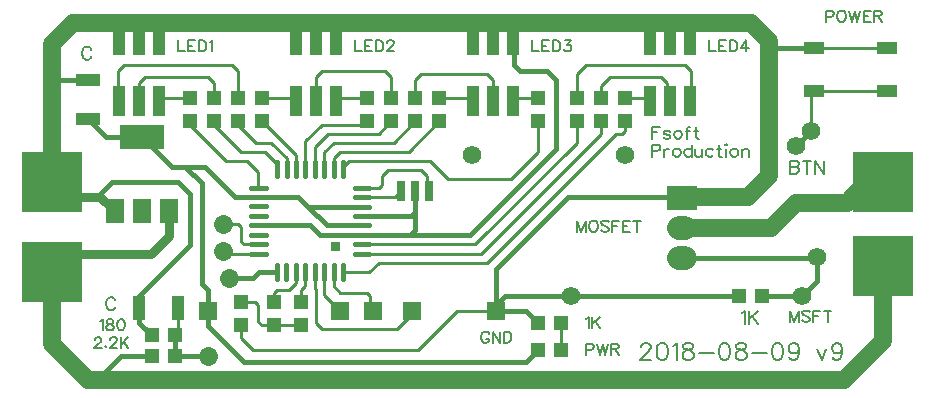
<source format=gtl>
G04 ---------------------------- Layer name :TOP LAYER*
G04 EasyEDA v5.6.15, Thu, 09 Aug 2018 00:10:23 GMT*
G04 1eb12ba90bff44d893ac4b1b4a3eba8c*
G04 Gerber Generator version 0.2*
G04 Scale: 100 percent, Rotated: No, Reflected: No *
G04 Dimensions in millimeters *
G04 leading zeros omitted , absolute positions ,3 integer and 3 decimal *
%FSLAX33Y33*%
%MOMM*%
G90*
G71D02*

%ADD10C,0.254000*%
%ADD11C,0.399999*%
%ADD12C,1.499997*%
%ADD13C,0.799998*%
%ADD14C,0.450012*%
%ADD15C,0.177800*%
%ADD16C,0.203200*%
%ADD17C,0.178003*%
%ADD18C,1.575054*%
%ADD19R,3.799992X1.999996*%
%ADD20R,1.499997X1.999996*%
%ADD21R,0.701040X1.699260*%
%ADD22R,1.799996X1.099998*%
%ADD23R,1.099998X2.499995*%
%ADD24R,1.206500X1.206500*%
%ADD25R,1.206500X1.207008*%
%ADD26R,0.999998X1.999996*%
%ADD27R,1.999996X0.999998*%
%ADD28R,2.499995X1.999996*%
%ADD29R,1.574800X1.574800*%
%ADD30R,1.574800X1.575054*%
%ADD31R,1.999996X1.999996*%
%ADD32C,1.574800*%
%ADD33C,1.999996*%
%ADD34C,1.575003*%

%LPD*%
G54D11*
G01X41148Y7112D02*
G01X43688Y7112D01*
G01X44702Y6097D01*
G54D10*
G01X29768Y17526D02*
G01X31242Y17526D01*
G01X31496Y17780D01*
G01X31496Y18542D01*
G01X32004Y19050D01*
G01X34798Y19050D01*
G01X35306Y18542D01*
G01X35306Y17449D01*
G01X35483Y17272D01*
G01X29768Y16725D02*
G01X32550Y16725D01*
G01X33096Y17272D01*
G54D11*
G01X29768Y15925D02*
G01X25222Y15925D01*
G01X24419Y16731D01*
G01X21031Y16736D01*
G01X29768Y14328D02*
G01X26819Y14328D01*
G01X25222Y15925D01*
G01X21031Y14338D02*
G01X25394Y14339D01*
G01X26200Y13533D01*
G01X29768Y13528D01*
G01X29768Y15125D02*
G01X33921Y15125D01*
G01X34290Y15494D01*
G01X34290Y17272D01*
G01X29768Y13528D02*
G01X33848Y13528D01*
G01X34290Y13970D01*
G01X34290Y15494D01*
G54D10*
G01X74272Y29370D02*
G01X68072Y29370D01*
G54D12*
G01X3556Y10414D02*
G01X3556Y4318D01*
G01X6604Y1270D01*
G01X70612Y1270D01*
G01X73914Y4572D01*
G01X73914Y10922D01*
G01X3556Y17272D02*
G01X3556Y29718D01*
G01X5334Y31496D01*
G01X62738Y31496D01*
G01X64262Y29972D01*
G01X64262Y18542D01*
G01X62484Y16764D01*
G01X57023Y16764D01*
G01X56896Y16637D01*
G54D11*
G01X68072Y29370D02*
G01X64930Y29370D01*
G01X64262Y28702D01*
G54D12*
G01X56896Y14097D02*
G01X64389Y14097D01*
G01X66548Y16256D01*
G01X70866Y16256D01*
G01X73914Y19558D01*
G54D10*
G01X74272Y25669D02*
G01X68072Y25669D01*
G01X68072Y25669D02*
G01X67818Y25669D01*
G01X67818Y22860D01*
G01X68326Y22352D01*
G54D11*
G01X56896Y11557D02*
G01X68199Y11557D01*
G01X68326Y11684D01*
G54D13*
G01X8876Y15543D02*
G01X7620Y16764D01*
G01X4813Y16776D01*
G01X3556Y18034D01*
G54D11*
G01X44704Y3810D02*
G01X43685Y2794D01*
G01X19812Y2794D01*
G01X16764Y5842D01*
G01X16764Y7112D01*
G54D10*
G01X21031Y12738D02*
G01X19773Y12738D01*
G01X19558Y12954D01*
G01X19558Y14224D01*
G01X19304Y14478D01*
G01X18034Y14478D01*
G01X21031Y11938D02*
G01X18796Y11938D01*
G01X18034Y12192D01*
G54D11*
G01X22606Y10414D02*
G01X21082Y10414D01*
G01X20574Y9906D01*
G01X18542Y9906D01*
G54D10*
G01X9182Y29522D02*
G01X9182Y31487D01*
G01X9190Y31496D01*
G01X10881Y29522D02*
G01X10881Y31382D01*
G01X10995Y31496D01*
G01X12666Y31496D02*
G01X12666Y29607D01*
G01X12580Y29522D01*
G01X24180Y29522D02*
G01X24180Y31344D01*
G01X24029Y31496D01*
G01X25833Y31496D02*
G01X25833Y29568D01*
G01X25880Y29522D01*
G01X27581Y29522D02*
G01X27581Y31372D01*
G01X27705Y31496D01*
G01X38734Y31496D02*
G01X39182Y29522D01*
G01X39182Y29522D01*
G01X40881Y29522D02*
G01X40881Y31354D01*
G01X40739Y31496D01*
G01X42611Y31496D02*
G01X42611Y29553D01*
G01X42580Y29522D01*
G01X54180Y29522D02*
G01X54180Y31423D01*
G01X54108Y31496D01*
G01X55979Y31496D02*
G01X55979Y29622D01*
G01X55880Y29522D01*
G01X57581Y29522D02*
G01X57581Y31493D01*
G01X57583Y31496D01*
G54D11*
G01X33053Y13528D02*
G01X38928Y13528D01*
G01X46228Y20828D01*
G01X46228Y26670D01*
G01X45466Y27432D01*
G01X43180Y27432D01*
G01X42697Y27914D01*
G01X42593Y30032D01*
G54D10*
G01X24206Y19126D02*
G01X24206Y20297D01*
G01X21338Y23164D01*
G01X23406Y19126D02*
G01X23406Y20027D01*
G01X22098Y21336D01*
G01X20828Y21336D01*
G01X19306Y22857D01*
G01X19306Y23164D01*
G01X22606Y19126D02*
G01X22606Y19558D01*
G01X21590Y20574D01*
G01X19558Y20574D01*
G01X17274Y22857D01*
G01X17274Y23164D01*
G01X21031Y17536D02*
G01X21031Y18846D01*
G01X20066Y19812D01*
G01X18288Y19812D01*
G01X15242Y22857D01*
G01X15242Y23164D01*
G01X25006Y19126D02*
G01X25006Y21450D01*
G01X26416Y22860D01*
G01X29923Y22860D01*
G01X30228Y23164D01*
G01X25803Y19126D02*
G01X25803Y20977D01*
G01X26924Y22098D01*
G01X31196Y22098D01*
G01X32260Y23162D01*
G01X26603Y19126D02*
G01X26603Y20507D01*
G01X27432Y21336D01*
G01X32463Y21336D01*
G01X34292Y23164D01*
G01X27404Y19126D02*
G01X27404Y20038D01*
G01X27940Y20574D01*
G01X33733Y20574D01*
G01X36324Y23164D01*
G01X15242Y25146D02*
G01X12936Y25146D01*
G01X12621Y24831D01*
G01X21338Y25146D02*
G01X23893Y25146D01*
G01X24208Y24831D01*
G01X30228Y25146D02*
G01X27924Y25146D01*
G01X27609Y24831D01*
G01X36324Y25146D02*
G01X38879Y25146D01*
G01X39194Y24831D01*
G01X44706Y25146D02*
G01X42908Y25146D01*
G01X42593Y24831D01*
G01X52072Y25146D02*
G01X53865Y25146D01*
G01X54180Y24831D01*
G01X50040Y25146D02*
G01X50040Y26164D01*
G01X50800Y26924D01*
G01X55118Y26924D01*
G01X55626Y26416D01*
G01X55626Y25085D01*
G01X55880Y24831D01*
G01X48008Y25146D02*
G01X48008Y27180D01*
G01X48768Y27940D01*
G01X57150Y27940D01*
G01X57658Y27432D01*
G01X57658Y24907D01*
G01X57581Y24831D01*
G01X29768Y12727D02*
G01X39397Y12727D01*
G01X48006Y21336D01*
G01X48006Y23162D01*
G01X48008Y23164D01*
G01X29768Y11927D02*
G01X39867Y11927D01*
G01X50038Y22098D01*
G01X50038Y23162D01*
G01X50040Y23164D01*
G01X28194Y10363D02*
G01X30429Y10363D01*
G01X31242Y11176D01*
G01X40386Y11176D01*
G01X51308Y22098D01*
G01X51816Y22098D01*
G01X52070Y22352D01*
G01X52070Y23162D01*
G01X52072Y23164D01*
G01X28204Y19126D02*
G01X28204Y19314D01*
G01X28702Y19812D01*
G01X35560Y19812D01*
G01X37084Y18288D01*
G01X42418Y18288D01*
G01X44704Y20574D01*
G01X44706Y23164D01*
G01X34292Y25146D02*
G01X34290Y26670D01*
G01X34798Y27178D01*
G01X40386Y27178D01*
G01X40894Y26670D01*
G01X40894Y24831D01*
G01X32260Y25143D02*
G01X32258Y26924D01*
G01X31750Y27432D01*
G01X26416Y27432D01*
G01X25908Y26924D01*
G01X25908Y24831D01*
G01X10922Y24831D02*
G01X10922Y26416D01*
G01X11430Y26924D01*
G01X16764Y26924D01*
G01X17272Y26416D01*
G01X17272Y25148D01*
G01X17274Y25146D01*
G01X19306Y25146D02*
G01X19306Y27429D01*
G01X18796Y27940D01*
G01X9652Y27940D01*
G01X9144Y27432D01*
G01X9144Y24909D01*
G01X9222Y24831D01*
G54D11*
G01X41148Y7112D02*
G01X41148Y10668D01*
G01X47244Y16764D01*
G01X56769Y16764D01*
G01X56896Y16637D01*
G01X41148Y7112D02*
G01X40640Y7112D01*
G01X41908Y8380D01*
G01X61723Y8380D01*
G54D10*
G01X27393Y10363D02*
G01X27393Y9182D01*
G01X27940Y8636D01*
G01X30226Y8636D01*
G01X30480Y8382D01*
G01X30480Y7112D01*
G01X26593Y10363D02*
G01X26593Y8458D01*
G01X27940Y7112D01*
G01X25793Y10363D02*
G01X25793Y9029D01*
G01X25908Y8890D01*
G01X25908Y6096D01*
G01X26416Y5588D01*
G01X32766Y5588D01*
G01X34290Y7112D01*
G01X24638Y7874D02*
G01X24638Y8890D01*
G01X24991Y9230D01*
G01X24996Y10363D01*
G01X22352Y7874D02*
G01X22352Y8636D01*
G01X22606Y8890D01*
G01X23622Y8890D01*
G01X24185Y9451D01*
G01X24196Y10363D01*
G54D11*
G01X68326Y22352D02*
G01X67818Y22352D01*
G01X66548Y21082D01*
G01X63704Y8380D02*
G01X67054Y8380D01*
G01X67056Y8382D01*
G01X16764Y3302D02*
G01X13972Y3302D01*
G01X13972Y3553D01*
G01X13970Y3556D02*
G01X13971Y5078D01*
G01X13971Y5078D01*
G01X11990Y3300D02*
G01X11991Y3302D01*
G01X9398Y3302D01*
G01X7620Y1524D01*
G01X11990Y5078D02*
G01X10922Y6096D01*
G01X10922Y8382D01*
G54D13*
G01X5080Y11938D02*
G01X11938Y11938D01*
G01X13462Y13462D01*
G01X13462Y14478D01*
G01X13474Y15544D01*
G54D11*
G01X21031Y16736D02*
G01X19077Y16736D01*
G01X16510Y19304D01*
G01X13716Y19304D01*
G01X11176Y21844D01*
G01X10922Y8382D02*
G01X15240Y12700D01*
G01X15240Y17018D01*
G01X14224Y18034D01*
G01X8636Y18034D01*
G01X7366Y16764D01*
G01X17272Y7112D02*
G01X16764Y7112D01*
G01X16764Y8890D01*
G01X16256Y9398D01*
G01X16256Y17879D01*
G01X14831Y19304D01*
G54D10*
G01X41148Y7112D02*
G01X37846Y7112D01*
G01X34544Y3810D01*
G01X26924Y3810D01*
G01X20574Y3810D01*
G01X19558Y4826D01*
G01X19558Y5895D01*
G01X22354Y5892D02*
G01X21313Y5862D01*
G01X21000Y6177D01*
G01X21000Y7617D01*
G01X20744Y7874D01*
G01X19560Y7874D01*
G54D11*
G01X6604Y26670D02*
G01X3661Y26670D01*
G01X3556Y26775D01*
G01X11176Y21844D02*
G01X8128Y21844D01*
G01X6604Y23368D01*
G01X68326Y11684D02*
G01X68326Y9652D01*
G01X67056Y8382D01*
G54D10*
G01X22353Y5894D02*
G01X24639Y5894D01*
G01X14224Y7366D02*
G01X14224Y5331D01*
G01X13971Y5078D01*
G01X46683Y6097D02*
G01X46683Y3811D01*
G54D14*
G01X28194Y9763D02*
G01X28194Y10963D01*
G01X27393Y9763D02*
G01X27393Y10963D01*
G01X26593Y9763D02*
G01X26593Y10963D01*
G01X25793Y9763D02*
G01X25793Y10963D01*
G01X24996Y9763D02*
G01X24996Y10963D01*
G01X24196Y9763D02*
G01X24196Y10963D01*
G01X23395Y9763D02*
G01X23395Y10963D01*
G01X22595Y9763D02*
G01X22595Y10963D01*
G01X21631Y11938D02*
G01X20431Y11938D01*
G01X21631Y12738D02*
G01X20431Y12738D01*
G01X21631Y13538D02*
G01X20431Y13538D01*
G01X21631Y14338D02*
G01X20431Y14338D01*
G01X21631Y15135D02*
G01X20431Y15135D01*
G01X21631Y15935D02*
G01X20431Y15935D01*
G01X21631Y16736D02*
G01X20431Y16736D01*
G01X21631Y17536D02*
G01X20431Y17536D01*
G01X22606Y18526D02*
G01X22606Y19726D01*
G01X23406Y18526D02*
G01X23406Y19726D01*
G01X24206Y18526D02*
G01X24206Y19726D01*
G01X25006Y18526D02*
G01X25006Y19726D01*
G01X25803Y18526D02*
G01X25803Y19726D01*
G01X26603Y18526D02*
G01X26603Y19726D01*
G01X27404Y18526D02*
G01X27404Y19726D01*
G01X28204Y18526D02*
G01X28204Y19726D01*
G01X30368Y17526D02*
G01X29168Y17526D01*
G01X30368Y16725D02*
G01X29168Y16725D01*
G01X30368Y15925D02*
G01X29168Y15925D01*
G01X30368Y15125D02*
G01X29168Y15125D01*
G01X30368Y14328D02*
G01X29168Y14328D01*
G01X30368Y13528D02*
G01X29168Y13528D01*
G01X30368Y12727D02*
G01X29168Y12727D01*
G01X30368Y11927D02*
G01X29168Y11927D01*
G54D15*
G01X69088Y32512D02*
G01X69088Y31556D01*
G01X69088Y32512D02*
G01X69496Y32512D01*
G01X69634Y32466D01*
G01X69679Y32420D01*
G01X69725Y32329D01*
G01X69725Y32191D01*
G01X69679Y32103D01*
G01X69634Y32057D01*
G01X69496Y32011D01*
G01X69088Y32011D01*
G01X70297Y32512D02*
G01X70205Y32466D01*
G01X70114Y32374D01*
G01X70070Y32283D01*
G01X70025Y32148D01*
G01X70025Y31920D01*
G01X70070Y31783D01*
G01X70114Y31694D01*
G01X70205Y31602D01*
G01X70297Y31556D01*
G01X70479Y31556D01*
G01X70568Y31602D01*
G01X70660Y31694D01*
G01X70705Y31783D01*
G01X70751Y31920D01*
G01X70751Y32148D01*
G01X70705Y32283D01*
G01X70660Y32374D01*
G01X70568Y32466D01*
G01X70479Y32512D01*
G01X70297Y32512D01*
G01X71051Y32512D02*
G01X71280Y31556D01*
G01X71506Y32512D02*
G01X71280Y31556D01*
G01X71506Y32512D02*
G01X71734Y31556D01*
G01X71960Y32512D02*
G01X71734Y31556D01*
G01X72260Y32512D02*
G01X72260Y31556D01*
G01X72260Y32512D02*
G01X72852Y32512D01*
G01X72260Y32057D02*
G01X72623Y32057D01*
G01X72260Y31556D02*
G01X72852Y31556D01*
G01X73152Y32512D02*
G01X73152Y31556D01*
G01X73152Y32512D02*
G01X73560Y32512D01*
G01X73698Y32466D01*
G01X73741Y32420D01*
G01X73787Y32329D01*
G01X73787Y32237D01*
G01X73741Y32148D01*
G01X73698Y32103D01*
G01X73560Y32057D01*
G01X73152Y32057D01*
G01X73469Y32057D02*
G01X73787Y31556D01*
G54D16*
G01X53408Y4033D02*
G01X53408Y4102D01*
G01X53477Y4236D01*
G01X53545Y4305D01*
G01X53680Y4373D01*
G01X53954Y4373D01*
G01X54089Y4305D01*
G01X54157Y4236D01*
G01X54226Y4102D01*
G01X54226Y3964D01*
G01X54157Y3827D01*
G01X54020Y3624D01*
G01X53340Y2941D01*
G01X54295Y2941D01*
G01X55153Y4373D02*
G01X54947Y4305D01*
G01X54813Y4102D01*
G01X54744Y3761D01*
G01X54744Y3556D01*
G01X54813Y3215D01*
G01X54947Y3009D01*
G01X55153Y2941D01*
G01X55290Y2941D01*
G01X55493Y3009D01*
G01X55631Y3215D01*
G01X55699Y3556D01*
G01X55699Y3761D01*
G01X55631Y4102D01*
G01X55493Y4305D01*
G01X55290Y4373D01*
G01X55153Y4373D01*
G01X56149Y4102D02*
G01X56286Y4170D01*
G01X56489Y4373D01*
G01X56489Y2941D01*
G01X57282Y4373D02*
G01X57076Y4305D01*
G01X57007Y4170D01*
G01X57007Y4033D01*
G01X57076Y3896D01*
G01X57213Y3827D01*
G01X57485Y3761D01*
G01X57691Y3693D01*
G01X57825Y3556D01*
G01X57894Y3418D01*
G01X57894Y3215D01*
G01X57825Y3078D01*
G01X57757Y3009D01*
G01X57553Y2941D01*
G01X57282Y2941D01*
G01X57076Y3009D01*
G01X57007Y3078D01*
G01X56939Y3215D01*
G01X56939Y3418D01*
G01X57007Y3556D01*
G01X57144Y3693D01*
G01X57348Y3761D01*
G01X57622Y3827D01*
G01X57757Y3896D01*
G01X57825Y4033D01*
G01X57825Y4170D01*
G01X57757Y4305D01*
G01X57553Y4373D01*
G01X57282Y4373D01*
G01X58343Y3556D02*
G01X59570Y3556D01*
G01X60431Y4373D02*
G01X60225Y4305D01*
G01X60088Y4102D01*
G01X60022Y3761D01*
G01X60022Y3556D01*
G01X60088Y3215D01*
G01X60225Y3009D01*
G01X60431Y2941D01*
G01X60566Y2941D01*
G01X60772Y3009D01*
G01X60909Y3215D01*
G01X60975Y3556D01*
G01X60975Y3761D01*
G01X60909Y4102D01*
G01X60772Y4305D01*
G01X60566Y4373D01*
G01X60431Y4373D01*
G01X61767Y4373D02*
G01X61561Y4305D01*
G01X61493Y4170D01*
G01X61493Y4033D01*
G01X61561Y3896D01*
G01X61699Y3827D01*
G01X61970Y3761D01*
G01X62176Y3693D01*
G01X62313Y3556D01*
G01X62379Y3418D01*
G01X62379Y3215D01*
G01X62313Y3078D01*
G01X62245Y3009D01*
G01X62039Y2941D01*
G01X61767Y2941D01*
G01X61561Y3009D01*
G01X61493Y3078D01*
G01X61427Y3215D01*
G01X61427Y3418D01*
G01X61493Y3556D01*
G01X61630Y3693D01*
G01X61836Y3761D01*
G01X62108Y3827D01*
G01X62245Y3896D01*
G01X62313Y4033D01*
G01X62313Y4170D01*
G01X62245Y4305D01*
G01X62039Y4373D01*
G01X61767Y4373D01*
G01X62831Y3556D02*
G01X64058Y3556D01*
G01X64917Y4373D02*
G01X64711Y4305D01*
G01X64576Y4102D01*
G01X64508Y3761D01*
G01X64508Y3556D01*
G01X64576Y3215D01*
G01X64711Y3009D01*
G01X64917Y2941D01*
G01X65054Y2941D01*
G01X65257Y3009D01*
G01X65394Y3215D01*
G01X65463Y3556D01*
G01X65463Y3761D01*
G01X65394Y4102D01*
G01X65257Y4305D01*
G01X65054Y4373D01*
G01X64917Y4373D01*
G01X66799Y3896D02*
G01X66730Y3693D01*
G01X66593Y3556D01*
G01X66390Y3487D01*
G01X66321Y3487D01*
G01X66116Y3556D01*
G01X65981Y3693D01*
G01X65913Y3896D01*
G01X65913Y3964D01*
G01X65981Y4170D01*
G01X66116Y4305D01*
G01X66321Y4373D01*
G01X66390Y4373D01*
G01X66593Y4305D01*
G01X66730Y4170D01*
G01X66799Y3896D01*
G01X66799Y3556D01*
G01X66730Y3215D01*
G01X66593Y3009D01*
G01X66390Y2941D01*
G01X66253Y2941D01*
G01X66050Y3009D01*
G01X65981Y3147D01*
G01X68298Y3896D02*
G01X68707Y2941D01*
G01X69118Y3896D02*
G01X68707Y2941D01*
G01X70454Y3896D02*
G01X70385Y3693D01*
G01X70248Y3556D01*
G01X70045Y3487D01*
G01X69977Y3487D01*
G01X69771Y3556D01*
G01X69636Y3693D01*
G01X69568Y3896D01*
G01X69568Y3964D01*
G01X69636Y4170D01*
G01X69771Y4305D01*
G01X69977Y4373D01*
G01X70045Y4373D01*
G01X70248Y4305D01*
G01X70385Y4170D01*
G01X70454Y3896D01*
G01X70454Y3556D01*
G01X70385Y3215D01*
G01X70248Y3009D01*
G01X70045Y2941D01*
G01X69908Y2941D01*
G01X69702Y3009D01*
G01X69636Y3147D01*
G54D15*
G01X66040Y7112D02*
G01X66040Y6156D01*
G01X66040Y7112D02*
G01X66403Y6156D01*
G01X66766Y7112D02*
G01X66403Y6156D01*
G01X66766Y7112D02*
G01X66766Y6156D01*
G01X67703Y6974D02*
G01X67612Y7066D01*
G01X67475Y7112D01*
G01X67294Y7112D01*
G01X67157Y7066D01*
G01X67066Y6974D01*
G01X67066Y6883D01*
G01X67111Y6791D01*
G01X67157Y6748D01*
G01X67249Y6703D01*
G01X67520Y6611D01*
G01X67612Y6565D01*
G01X67657Y6520D01*
G01X67703Y6428D01*
G01X67703Y6294D01*
G01X67612Y6202D01*
G01X67475Y6156D01*
G01X67294Y6156D01*
G01X67157Y6202D01*
G01X67066Y6294D01*
G01X68003Y7112D02*
G01X68003Y6156D01*
G01X68003Y7112D02*
G01X68595Y7112D01*
G01X68003Y6657D02*
G01X68366Y6657D01*
G01X69212Y7112D02*
G01X69212Y6156D01*
G01X68894Y7112D02*
G01X69529Y7112D01*
G01X66040Y19812D02*
G01X66040Y18722D01*
G01X66040Y19812D02*
G01X66507Y19812D01*
G01X66662Y19761D01*
G01X66715Y19710D01*
G01X66766Y19606D01*
G01X66766Y19502D01*
G01X66715Y19397D01*
G01X66662Y19344D01*
G01X66507Y19293D01*
G01X66040Y19293D02*
G01X66507Y19293D01*
G01X66662Y19240D01*
G01X66715Y19189D01*
G01X66766Y19085D01*
G01X66766Y18930D01*
G01X66715Y18826D01*
G01X66662Y18773D01*
G01X66507Y18722D01*
G01X66040Y18722D01*
G01X67475Y19812D02*
G01X67475Y18722D01*
G01X67109Y19812D02*
G01X67838Y19812D01*
G01X68181Y19812D02*
G01X68181Y18722D01*
G01X68181Y19812D02*
G01X68907Y18722D01*
G01X68907Y19812D02*
G01X68907Y18722D01*
G54D17*
G01X54356Y22697D02*
G01X54356Y21648D01*
G01X54356Y22697D02*
G01X55006Y22697D01*
G01X54356Y22197D02*
G01X54754Y22197D01*
G01X55885Y22197D02*
G01X55836Y22298D01*
G01X55686Y22346D01*
G01X55537Y22346D01*
G01X55387Y22298D01*
G01X55336Y22197D01*
G01X55387Y22097D01*
G01X55486Y22047D01*
G01X55735Y21998D01*
G01X55836Y21948D01*
G01X55885Y21849D01*
G01X55885Y21798D01*
G01X55836Y21699D01*
G01X55686Y21648D01*
G01X55537Y21648D01*
G01X55387Y21699D01*
G01X55336Y21798D01*
G01X56466Y22346D02*
G01X56365Y22298D01*
G01X56266Y22197D01*
G01X56215Y22047D01*
G01X56215Y21948D01*
G01X56266Y21798D01*
G01X56365Y21699D01*
G01X56466Y21648D01*
G01X56616Y21648D01*
G01X56715Y21699D01*
G01X56817Y21798D01*
G01X56865Y21948D01*
G01X56865Y22047D01*
G01X56817Y22197D01*
G01X56715Y22298D01*
G01X56616Y22346D01*
G01X56466Y22346D01*
G01X57597Y22697D02*
G01X57495Y22697D01*
G01X57396Y22649D01*
G01X57345Y22496D01*
G01X57345Y21648D01*
G01X57195Y22346D02*
G01X57546Y22346D01*
G01X58077Y22697D02*
G01X58077Y21849D01*
G01X58125Y21699D01*
G01X58226Y21648D01*
G01X58326Y21648D01*
G01X57927Y22346D02*
G01X58275Y22346D01*
G54D15*
G01X40558Y5105D02*
G01X40515Y5196D01*
G01X40424Y5288D01*
G01X40332Y5334D01*
G01X40149Y5334D01*
G01X40060Y5288D01*
G01X39969Y5196D01*
G01X39923Y5105D01*
G01X39878Y4970D01*
G01X39878Y4742D01*
G01X39923Y4605D01*
G01X39969Y4516D01*
G01X40060Y4424D01*
G01X40149Y4378D01*
G01X40332Y4378D01*
G01X40424Y4424D01*
G01X40515Y4516D01*
G01X40558Y4605D01*
G01X40558Y4742D01*
G01X40332Y4742D02*
G01X40558Y4742D01*
G01X40860Y5334D02*
G01X40860Y4378D01*
G01X40860Y5334D02*
G01X41495Y4378D01*
G01X41495Y5334D02*
G01X41495Y4378D01*
G01X41795Y5334D02*
G01X41795Y4378D01*
G01X41795Y5334D02*
G01X42113Y5334D01*
G01X42250Y5288D01*
G01X42341Y5196D01*
G01X42387Y5105D01*
G01X42433Y4970D01*
G01X42433Y4742D01*
G01X42387Y4605D01*
G01X42341Y4516D01*
G01X42250Y4424D01*
G01X42113Y4378D01*
G01X41795Y4378D01*
G01X14224Y30010D02*
G01X14224Y29055D01*
G01X14224Y29055D02*
G01X14770Y29055D01*
G01X15069Y30010D02*
G01X15069Y29055D01*
G01X15069Y30010D02*
G01X15659Y30010D01*
G01X15069Y29555D02*
G01X15433Y29555D01*
G01X15069Y29055D02*
G01X15659Y29055D01*
G01X15961Y30010D02*
G01X15961Y29055D01*
G01X15961Y30010D02*
G01X16278Y30010D01*
G01X16416Y29964D01*
G01X16504Y29872D01*
G01X16550Y29781D01*
G01X16596Y29646D01*
G01X16596Y29418D01*
G01X16550Y29281D01*
G01X16504Y29192D01*
G01X16416Y29100D01*
G01X16278Y29055D01*
G01X15961Y29055D01*
G01X16896Y29827D02*
G01X16987Y29872D01*
G01X17124Y30010D01*
G01X17124Y29055D01*
G01X29210Y30010D02*
G01X29210Y29055D01*
G01X29210Y29055D02*
G01X29756Y29055D01*
G01X30055Y30010D02*
G01X30055Y29055D01*
G01X30055Y30010D02*
G01X30645Y30010D01*
G01X30055Y29555D02*
G01X30419Y29555D01*
G01X30055Y29055D02*
G01X30645Y29055D01*
G01X30947Y30010D02*
G01X30947Y29055D01*
G01X30947Y30010D02*
G01X31264Y30010D01*
G01X31402Y29964D01*
G01X31490Y29872D01*
G01X31536Y29781D01*
G01X31582Y29646D01*
G01X31582Y29418D01*
G01X31536Y29281D01*
G01X31490Y29192D01*
G01X31402Y29100D01*
G01X31264Y29055D01*
G01X30947Y29055D01*
G01X31927Y29781D02*
G01X31927Y29827D01*
G01X31973Y29918D01*
G01X32019Y29964D01*
G01X32110Y30010D01*
G01X32291Y30010D01*
G01X32382Y29964D01*
G01X32428Y29918D01*
G01X32473Y29827D01*
G01X32473Y29735D01*
G01X32428Y29646D01*
G01X32336Y29509D01*
G01X31882Y29055D01*
G01X32519Y29055D01*
G01X44196Y30010D02*
G01X44196Y29055D01*
G01X44196Y29055D02*
G01X44742Y29055D01*
G01X45041Y30010D02*
G01X45041Y29055D01*
G01X45041Y30010D02*
G01X45631Y30010D01*
G01X45041Y29555D02*
G01X45405Y29555D01*
G01X45041Y29055D02*
G01X45631Y29055D01*
G01X45933Y30010D02*
G01X45933Y29055D01*
G01X45933Y30010D02*
G01X46250Y30010D01*
G01X46388Y29964D01*
G01X46476Y29872D01*
G01X46522Y29781D01*
G01X46568Y29646D01*
G01X46568Y29418D01*
G01X46522Y29281D01*
G01X46476Y29192D01*
G01X46388Y29100D01*
G01X46250Y29055D01*
G01X45933Y29055D01*
G01X46959Y30010D02*
G01X47459Y30010D01*
G01X47188Y29646D01*
G01X47322Y29646D01*
G01X47414Y29601D01*
G01X47459Y29555D01*
G01X47505Y29418D01*
G01X47505Y29326D01*
G01X47459Y29192D01*
G01X47368Y29100D01*
G01X47231Y29055D01*
G01X47096Y29055D01*
G01X46959Y29100D01*
G01X46913Y29146D01*
G01X46868Y29237D01*
G01X59182Y30010D02*
G01X59182Y29055D01*
G01X59182Y29055D02*
G01X59728Y29055D01*
G01X60027Y30010D02*
G01X60027Y29055D01*
G01X60027Y30010D02*
G01X60617Y30010D01*
G01X60027Y29555D02*
G01X60391Y29555D01*
G01X60027Y29055D02*
G01X60617Y29055D01*
G01X60919Y30010D02*
G01X60919Y29055D01*
G01X60919Y30010D02*
G01X61236Y30010D01*
G01X61374Y29964D01*
G01X61462Y29872D01*
G01X61508Y29781D01*
G01X61554Y29646D01*
G01X61554Y29418D01*
G01X61508Y29281D01*
G01X61462Y29192D01*
G01X61374Y29100D01*
G01X61236Y29055D01*
G01X60919Y29055D01*
G01X62308Y30010D02*
G01X61854Y29372D01*
G01X62537Y29372D01*
G01X62308Y30010D02*
G01X62308Y29055D01*
G01X7620Y6205D02*
G01X7711Y6250D01*
G01X7846Y6388D01*
G01X7846Y5433D01*
G01X8374Y6388D02*
G01X8237Y6342D01*
G01X8191Y6250D01*
G01X8191Y6159D01*
G01X8237Y6068D01*
G01X8328Y6024D01*
G01X8511Y5979D01*
G01X8646Y5933D01*
G01X8737Y5842D01*
G01X8783Y5750D01*
G01X8783Y5615D01*
G01X8737Y5524D01*
G01X8691Y5478D01*
G01X8557Y5433D01*
G01X8374Y5433D01*
G01X8237Y5478D01*
G01X8191Y5524D01*
G01X8148Y5615D01*
G01X8148Y5750D01*
G01X8191Y5842D01*
G01X8282Y5933D01*
G01X8420Y5979D01*
G01X8602Y6024D01*
G01X8691Y6068D01*
G01X8737Y6159D01*
G01X8737Y6250D01*
G01X8691Y6342D01*
G01X8557Y6388D01*
G01X8374Y6388D01*
G01X9357Y6388D02*
G01X9220Y6342D01*
G01X9128Y6205D01*
G01X9083Y5979D01*
G01X9083Y5842D01*
G01X9128Y5615D01*
G01X9220Y5478D01*
G01X9357Y5433D01*
G01X9446Y5433D01*
G01X9583Y5478D01*
G01X9674Y5615D01*
G01X9720Y5842D01*
G01X9720Y5979D01*
G01X9674Y6205D01*
G01X9583Y6342D01*
G01X9446Y6388D01*
G01X9357Y6388D01*
G01X7157Y4635D02*
G01X7157Y4681D01*
G01X7203Y4772D01*
G01X7249Y4818D01*
G01X7338Y4864D01*
G01X7520Y4864D01*
G01X7612Y4818D01*
G01X7658Y4772D01*
G01X7703Y4681D01*
G01X7703Y4589D01*
G01X7658Y4500D01*
G01X7566Y4363D01*
G01X7112Y3909D01*
G01X7749Y3909D01*
G01X8094Y4135D02*
G01X8049Y4091D01*
G01X8094Y4046D01*
G01X8138Y4091D01*
G01X8094Y4135D01*
G01X8483Y4635D02*
G01X8483Y4681D01*
G01X8529Y4772D01*
G01X8575Y4818D01*
G01X8666Y4864D01*
G01X8849Y4864D01*
G01X8938Y4818D01*
G01X8983Y4772D01*
G01X9029Y4681D01*
G01X9029Y4589D01*
G01X8983Y4500D01*
G01X8895Y4363D01*
G01X8440Y3909D01*
G01X9075Y3909D01*
G01X9375Y4864D02*
G01X9375Y3909D01*
G01X10012Y4864D02*
G01X9375Y4226D01*
G01X9603Y4455D02*
G01X10012Y3909D01*
G54D17*
G01X48006Y14732D02*
G01X48006Y13776D01*
G01X48006Y14732D02*
G01X48369Y13776D01*
G01X48732Y14732D02*
G01X48369Y13776D01*
G01X48732Y14732D02*
G01X48732Y13776D01*
G01X49306Y14732D02*
G01X49215Y14686D01*
G01X49123Y14594D01*
G01X49077Y14503D01*
G01X49032Y14368D01*
G01X49032Y14140D01*
G01X49077Y14003D01*
G01X49123Y13914D01*
G01X49215Y13822D01*
G01X49306Y13776D01*
G01X49486Y13776D01*
G01X49578Y13822D01*
G01X49669Y13914D01*
G01X49715Y14003D01*
G01X49761Y14140D01*
G01X49761Y14368D01*
G01X49715Y14503D01*
G01X49669Y14594D01*
G01X49578Y14686D01*
G01X49486Y14732D01*
G01X49306Y14732D01*
G01X50695Y14594D02*
G01X50606Y14686D01*
G01X50469Y14732D01*
G01X50286Y14732D01*
G01X50152Y14686D01*
G01X50060Y14594D01*
G01X50060Y14503D01*
G01X50106Y14411D01*
G01X50152Y14368D01*
G01X50241Y14323D01*
G01X50515Y14231D01*
G01X50606Y14185D01*
G01X50652Y14140D01*
G01X50695Y14048D01*
G01X50695Y13914D01*
G01X50606Y13822D01*
G01X50469Y13776D01*
G01X50286Y13776D01*
G01X50152Y13822D01*
G01X50060Y13914D01*
G01X50998Y14732D02*
G01X50998Y13776D01*
G01X50998Y14732D02*
G01X51587Y14732D01*
G01X50998Y14277D02*
G01X51361Y14277D01*
G01X51887Y14732D02*
G01X51887Y13776D01*
G01X51887Y14732D02*
G01X52478Y14732D01*
G01X51887Y14277D02*
G01X52250Y14277D01*
G01X51887Y13776D02*
G01X52478Y13776D01*
G01X53096Y14732D02*
G01X53096Y13776D01*
G01X52778Y14732D02*
G01X53416Y14732D01*
G54D15*
G01X48768Y4318D02*
G01X48768Y3362D01*
G01X48768Y4318D02*
G01X49176Y4318D01*
G01X49314Y4272D01*
G01X49359Y4226D01*
G01X49405Y4135D01*
G01X49405Y3997D01*
G01X49359Y3909D01*
G01X49314Y3863D01*
G01X49176Y3817D01*
G01X48768Y3817D01*
G01X49705Y4318D02*
G01X49931Y3362D01*
G01X50159Y4318D02*
G01X49931Y3362D01*
G01X50159Y4318D02*
G01X50385Y3362D01*
G01X50614Y4318D02*
G01X50385Y3362D01*
G01X50914Y4318D02*
G01X50914Y3362D01*
G01X50914Y4318D02*
G01X51323Y4318D01*
G01X51457Y4272D01*
G01X51503Y4226D01*
G01X51549Y4135D01*
G01X51549Y4043D01*
G01X51503Y3954D01*
G01X51457Y3909D01*
G01X51323Y3863D01*
G01X50914Y3863D01*
G01X51231Y3863D02*
G01X51549Y3362D01*
G01X48768Y6421D02*
G01X48859Y6466D01*
G01X48994Y6604D01*
G01X48994Y5648D01*
G01X49296Y6604D02*
G01X49296Y5648D01*
G01X49931Y6604D02*
G01X49296Y5966D01*
G01X49522Y6195D02*
G01X49931Y5648D01*
G54D17*
G01X54356Y21173D02*
G01X54356Y20124D01*
G01X54356Y21173D02*
G01X54805Y21173D01*
G01X54955Y21125D01*
G01X55006Y21074D01*
G01X55057Y20972D01*
G01X55057Y20822D01*
G01X55006Y20723D01*
G01X54955Y20673D01*
G01X54805Y20624D01*
G01X54356Y20624D01*
G01X55387Y20822D02*
G01X55387Y20124D01*
G01X55387Y20523D02*
G01X55435Y20673D01*
G01X55537Y20774D01*
G01X55636Y20822D01*
G01X55786Y20822D01*
G01X56365Y20822D02*
G01X56266Y20774D01*
G01X56167Y20673D01*
G01X56116Y20523D01*
G01X56116Y20424D01*
G01X56167Y20274D01*
G01X56266Y20175D01*
G01X56365Y20124D01*
G01X56515Y20124D01*
G01X56616Y20175D01*
G01X56715Y20274D01*
G01X56766Y20424D01*
G01X56766Y20523D01*
G01X56715Y20673D01*
G01X56616Y20774D01*
G01X56515Y20822D01*
G01X56365Y20822D01*
G01X57696Y21173D02*
G01X57696Y20124D01*
G01X57696Y20673D02*
G01X57597Y20774D01*
G01X57495Y20822D01*
G01X57345Y20822D01*
G01X57246Y20774D01*
G01X57144Y20673D01*
G01X57096Y20523D01*
G01X57096Y20424D01*
G01X57144Y20274D01*
G01X57246Y20175D01*
G01X57345Y20124D01*
G01X57495Y20124D01*
G01X57597Y20175D01*
G01X57696Y20274D01*
G01X58026Y20822D02*
G01X58026Y20325D01*
G01X58077Y20175D01*
G01X58176Y20124D01*
G01X58326Y20124D01*
G01X58425Y20175D01*
G01X58574Y20325D01*
G01X58574Y20822D02*
G01X58574Y20124D01*
G01X59507Y20673D02*
G01X59405Y20774D01*
G01X59306Y20822D01*
G01X59156Y20822D01*
G01X59055Y20774D01*
G01X58955Y20673D01*
G01X58905Y20523D01*
G01X58905Y20424D01*
G01X58955Y20274D01*
G01X59055Y20175D01*
G01X59156Y20124D01*
G01X59306Y20124D01*
G01X59405Y20175D01*
G01X59507Y20274D01*
G01X59987Y21173D02*
G01X59987Y20325D01*
G01X60035Y20175D01*
G01X60137Y20124D01*
G01X60236Y20124D01*
G01X59834Y20822D02*
G01X60185Y20822D01*
G01X60566Y21173D02*
G01X60617Y21125D01*
G01X60665Y21173D01*
G01X60617Y21224D01*
G01X60566Y21173D01*
G01X60617Y20822D02*
G01X60617Y20124D01*
G01X61247Y20822D02*
G01X61145Y20774D01*
G01X61046Y20673D01*
G01X60995Y20523D01*
G01X60995Y20424D01*
G01X61046Y20274D01*
G01X61145Y20175D01*
G01X61247Y20124D01*
G01X61396Y20124D01*
G01X61495Y20175D01*
G01X61595Y20274D01*
G01X61645Y20424D01*
G01X61645Y20523D01*
G01X61595Y20673D01*
G01X61495Y20774D01*
G01X61396Y20822D01*
G01X61247Y20822D01*
G01X61976Y20822D02*
G01X61976Y20124D01*
G01X61976Y20624D02*
G01X62125Y20774D01*
G01X62224Y20822D01*
G01X62374Y20822D01*
G01X62476Y20774D01*
G01X62527Y20624D01*
G01X62527Y20124D01*
G54D15*
G01X61976Y6906D02*
G01X62080Y6957D01*
G01X62235Y7112D01*
G01X62235Y6022D01*
G01X62577Y7112D02*
G01X62577Y6022D01*
G01X63306Y7112D02*
G01X62577Y6385D01*
G01X62839Y6644D02*
G01X63306Y6022D01*
G01X8907Y7983D02*
G01X8854Y8087D01*
G01X8752Y8191D01*
G01X8648Y8242D01*
G01X8440Y8242D01*
G01X8336Y8191D01*
G01X8231Y8087D01*
G01X8181Y7983D01*
G01X8127Y7828D01*
G01X8127Y7569D01*
G01X8181Y7411D01*
G01X8231Y7307D01*
G01X8336Y7203D01*
G01X8440Y7152D01*
G01X8648Y7152D01*
G01X8752Y7203D01*
G01X8854Y7307D01*
G01X8907Y7411D01*
G54D16*
G01X6875Y29204D02*
G01X6822Y29309D01*
G01X6718Y29413D01*
G01X6616Y29464D01*
G01X6408Y29464D01*
G01X6304Y29413D01*
G01X6200Y29309D01*
G01X6146Y29204D01*
G01X6096Y29049D01*
G01X6096Y28790D01*
G01X6146Y28633D01*
G01X6200Y28529D01*
G01X6304Y28425D01*
G01X6408Y28374D01*
G01X6616Y28374D01*
G01X6718Y28425D01*
G01X6822Y28529D01*
G01X6875Y28633D01*
G54D18*
G01X67056Y8382D03*
G01X66548Y21082D03*
G01X47498Y8382D03*
G54D19*
G01X11176Y21844D03*
G54D20*
G01X11176Y15543D03*
G01X13475Y15543D03*
G01X8876Y15543D03*
G54D21*
G01X33096Y17270D03*
G01X34290Y17270D03*
G01X35483Y17270D03*
G54D22*
G01X68070Y29371D03*
G01X68070Y25670D03*
G01X74270Y29371D03*
G01X74270Y25670D03*
G54D23*
G01X57580Y30031D03*
G01X55878Y30031D03*
G01X54179Y30031D03*
G01X57580Y24831D03*
G01X55880Y24831D03*
G01X54179Y24831D03*
G01X42594Y30031D03*
G01X40895Y30031D03*
G01X39196Y30031D03*
G01X42594Y24831D03*
G01X40895Y24831D03*
G01X39196Y24831D03*
G01X27608Y30031D03*
G01X25906Y30031D03*
G01X24207Y30031D03*
G01X27608Y24831D03*
G01X25908Y24831D03*
G01X24207Y24831D03*
G01X12622Y30031D03*
G01X10923Y30031D03*
G01X9224Y30031D03*
G01X12622Y24831D03*
G01X10923Y24831D03*
G01X9224Y24831D03*
G54D24*
G01X61723Y8380D03*
G01X63704Y8380D03*
G01X13971Y5078D03*
G01X11990Y5078D03*
G01X13971Y3300D03*
G01X11990Y3300D03*
G54D25*
G01X15241Y25147D03*
G54D24*
G01X15241Y23166D03*
G54D25*
G01X17273Y25147D03*
G54D24*
G01X17273Y23166D03*
G54D25*
G01X19305Y25147D03*
G54D24*
G01X19305Y23166D03*
G54D25*
G01X21337Y25147D03*
G54D24*
G01X21337Y23166D03*
G01X44702Y3811D03*
G01X46683Y3811D03*
G01X44702Y6097D03*
G01X46683Y6097D03*
G54D25*
G01X30227Y25147D03*
G54D24*
G01X30227Y23166D03*
G54D25*
G01X32259Y25147D03*
G54D24*
G01X32259Y23166D03*
G54D25*
G01X34291Y25147D03*
G54D24*
G01X34291Y23166D03*
G54D25*
G01X36323Y25147D03*
G54D24*
G01X36323Y23166D03*
G54D25*
G01X44705Y25147D03*
G54D24*
G01X44705Y23166D03*
G54D25*
G01X48007Y25147D03*
G54D24*
G01X48007Y23166D03*
G54D25*
G01X50039Y25147D03*
G54D24*
G01X50039Y23166D03*
G54D25*
G01X52071Y25147D03*
G54D24*
G01X52071Y23166D03*
G01X24639Y7875D03*
G01X24639Y5894D03*
G01X22353Y7875D03*
G01X22353Y5894D03*
G54D25*
G01X19559Y7875D03*
G54D24*
G01X19559Y5894D03*
G54D26*
G01X10922Y7366D03*
G01X14224Y7366D03*
G54D27*
G01X6604Y26670D03*
G01X6604Y23368D03*
G36*
G01X27178Y12954D02*
G01X27940Y12954D01*
G01X27940Y12192D01*
G01X27178Y12192D01*
G01X27178Y12954D01*
G37*
G54D28*
G01X56896Y16637D03*
G54D29*
G01X27940Y7112D03*
G01X30734Y7112D03*
G01X34036Y7112D03*
G54D30*
G01X41148Y7112D03*
G54D29*
G01X16764Y7112D03*
G54D18*
G01X67818Y22352D03*
G01X68326Y11684D03*
G54D31*
G01X3556Y18034D03*
G01X5080Y18034D03*
G01X2032Y18034D03*
G01X3556Y16510D03*
G01X5080Y16510D03*
G01X2032Y16510D03*
G01X3556Y19558D03*
G01X5080Y19558D03*
G01X2032Y19558D03*
G01X3556Y10414D03*
G01X5080Y10414D03*
G01X2032Y10414D03*
G01X3556Y8890D03*
G01X5080Y8890D03*
G01X2032Y8890D03*
G01X3556Y11938D03*
G01X5080Y11938D03*
G01X2032Y11938D03*
G01X73914Y10922D03*
G01X75438Y10922D03*
G01X72390Y10922D03*
G01X73914Y9398D03*
G01X75438Y9398D03*
G01X72390Y9398D03*
G01X73914Y12446D03*
G01X75438Y12446D03*
G01X72390Y12446D03*
G01X73914Y18034D03*
G01X75438Y18034D03*
G01X72390Y18034D03*
G01X73914Y16510D03*
G01X75438Y16510D03*
G01X72390Y16510D03*
G01X73914Y19558D03*
G01X75438Y19558D03*
G01X72390Y19558D03*
G54D32*
G01X52070Y20320D03*
G01X39116Y20320D03*
G54D33*
G01X57145Y11557D02*
G01X56646Y11557D01*
G01X57145Y14097D02*
G01X56646Y14097D01*
G54D34*
G01X18034Y14478D02*
G01X18033Y14478D01*
G54D18*
G01X18034Y12192D02*
G01X18034Y12192D01*
G01X18542Y9906D02*
G01X18542Y9906D01*
G01X16764Y3302D02*
G01X16764Y3302D01*
M00*
M02*

</source>
